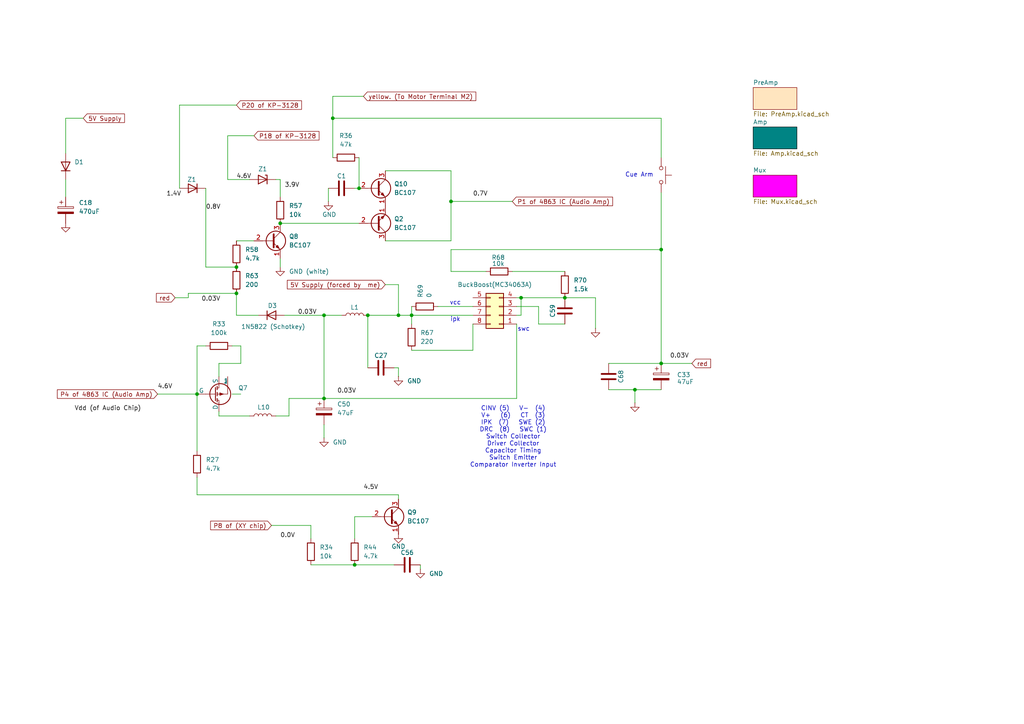
<source format=kicad_sch>
(kicad_sch (version 20250114) (generator "eeschema") (generator_version "9.0")
  (paper "A4")
  (title_block (title "TurnTable"))
  (lib_symbols
    (symbol "Connector_Generic:Conn_02x04_Counter_Clockwise" (pin_names (offset 1.016) (hide yes))
      (property "Reference" "J" (at 1.27 5.08 0))
      (property "Value" "Conn_02x04_Counter_Clockwise" (at 1.27 -7.62 0))
      (symbol "Conn_02x04_Counter_Clockwise_1_1"
        (rectangle (start -1.27 3.81) (end 3.81 -6.35) (stroke (width 0.254)) (fill (type background)))
        (rectangle (start -1.27 2.667) (end 0 2.413) (stroke (width 0.1524)))
        (rectangle (start -1.27 0.127) (end 0 -0.127) (stroke (width 0.1524)))
        (rectangle (start -1.27 -2.413) (end 0 -2.667) (stroke (width 0.1524)))
        (rectangle (start -1.27 -4.953) (end 0 -5.207) (stroke (width 0.1524)))
        (rectangle (start 3.81 2.667) (end 2.54 2.413) (stroke (width 0.1524)))
        (rectangle (start 3.81 0.127) (end 2.54 -0.127) (stroke (width 0.1524)))
        (rectangle (start 3.81 -2.413) (end 2.54 -2.667) (stroke (width 0.1524)))
        (rectangle (start 3.81 -4.953) (end 2.54 -5.207) (stroke (width 0.1524)))
        (pin passive line (at -5.08 2.54 0) (length 3.81) (name "Pin_1") (number "1"))
        (pin passive line (at -5.08 0 0) (length 3.81) (name "Pin_2") (number "2"))
        (pin passive line (at -5.08 -2.54 0) (length 3.81) (name "Pin_3") (number "3"))
        (pin passive line (at -5.08 -5.08 0) (length 3.81) (name "Pin_4") (number "4"))
        (pin passive line (at 7.62 2.54 180) (length 3.81) (name "Pin_8") (number "8"))
        (pin passive line (at 7.62 0 180) (length 3.81) (name "Pin_7") (number "7"))
        (pin passive line (at 7.62 -2.54 180) (length 3.81) (name "Pin_6") (number "6"))
        (pin passive line (at 7.62 -5.08 180) (length 3.81) (name "Pin_5") (number "5"))
      )
    )
    (symbol "Device:C" (pin_numbers (hide yes)) (pin_names (offset 0.254))
      (property "Reference" "C" (at 0.635 2.54 0))
      (property "Value" "C" (at 0.635 -2.54 0))
      (symbol "C_0_1"
        (polyline (pts (xy -2.032 0.762) (xy 2.032 0.762)) (stroke (width 0.508)))
        (polyline (pts (xy -2.032 -0.762) (xy 2.032 -0.762)) (stroke (width 0.508)))
      )
      (symbol "C_1_1"
        (pin passive line (at 0 3.81 270) (length 2.794) (name "~") (number "1"))
        (pin passive line (at 0 -3.81 90) (length 2.794) (name "~") (number "2"))
      )
    )
    (symbol "Device:C_Polarized" (pin_numbers (hide yes)) (pin_names (offset 0.254))
      (property "Reference" "C" (at 0.635 2.54 0))
      (property "Value" "C_Polarized" (at 0.635 -2.54 0))
      (symbol "C_Polarized_0_1"
        (rectangle (start -2.286 0.508) (end 2.286 1.016))
        (polyline (pts (xy -1.778 2.286) (xy -0.762 2.286)))
        (polyline (pts (xy -1.27 2.794) (xy -1.27 1.778)))
        (rectangle (start 2.286 -0.508) (end -2.286 -1.016) (fill (type outline)))
      )
      (symbol "C_Polarized_1_1"
        (pin passive line (at 0 3.81 270) (length 2.794) (name "~") (number "1"))
        (pin passive line (at 0 -3.81 90) (length 2.794) (name "~") (number "2"))
      )
    )
    (symbol "Device:D" (pin_numbers (hide yes)) (pin_names (offset 1.016) (hide yes))
      (property "Reference" "D" (at 0 2.54 0))
      (property "Value" "D" (at 0 -2.54 0))
      (symbol "D_0_1"
        (polyline (pts (xy -1.27 1.27) (xy -1.27 -1.27)) (stroke (width 0.254)))
        (polyline (pts (xy 1.27 1.27) (xy 1.27 -1.27) (xy -1.27 0) (xy 1.27 1.27)) (stroke (width 0.254)))
        (polyline (pts (xy 1.27 0) (xy -1.27 0)))
      )
      (symbol "D_1_1"
        (pin passive line (at -3.81 0 0) (length 2.54) (name "K") (number "1"))
        (pin passive line (at 3.81 0 180) (length 2.54) (name "A") (number "2"))
      )
    )
    (symbol "Device:D_Zener" (pin_numbers (hide yes)) (pin_names (offset 1.016) (hide yes))
      (property "Reference" "D" (at 0 2.54 0))
      (property "Value" "D_Zener" (at 0 -2.54 0))
      (symbol "D_Zener_0_1"
        (polyline (pts (xy -1.27 -1.27) (xy -1.27 1.27) (xy -0.762 1.27)) (stroke (width 0.254)))
        (polyline (pts (xy 1.27 0) (xy -1.27 0)))
        (polyline (pts (xy 1.27 -1.27) (xy 1.27 1.27) (xy -1.27 0) (xy 1.27 -1.27)) (stroke (width 0.254)))
      )
      (symbol "D_Zener_1_1"
        (pin passive line (at -3.81 0 0) (length 2.54) (name "K") (number "1"))
        (pin passive line (at 3.81 0 180) (length 2.54) (name "A") (number "2"))
      )
    )
    (symbol "Device:L" (pin_numbers (hide yes)) (pin_names (offset 1.016) (hide yes))
      (property "Reference" "L" (at -1.27 0 90))
      (property "Value" "L" (at 1.905 0 90))
      (symbol "L_0_1"
        (arc (start 0 2.54) (mid 0.6323 1.905) (end 0 1.27))
        (arc (start 0 1.27) (mid 0.6323 0.635) (end 0 0))
        (arc (start 0 0) (mid 0.6323 -0.635) (end 0 -1.27))
        (arc (start 0 -1.27) (mid 0.6323 -1.905) (end 0 -2.54))
      )
      (symbol "L_1_1"
        (pin passive line (at 0 3.81 270) (length 1.27) (name "1") (number "1"))
        (pin passive line (at 0 -3.81 90) (length 1.27) (name "2") (number "2"))
      )
    )
    (symbol "Device:R" (pin_numbers (hide yes)) (pin_names (offset 0))
      (property "Reference" "R" (at 2.032 0 90))
      (property "Value" "R" (at 0 0 90))
      (symbol "R_0_1"
        (rectangle (start -1.016 -2.54) (end 1.016 2.54) (stroke (width 0.254)))
      )
      (symbol "R_1_1"
        (pin passive line (at 0 3.81 270) (length 1.27) (name "~") (number "1"))
        (pin passive line (at 0 -3.81 90) (length 1.27) (name "~") (number "2"))
      )
    )
    (symbol "Simulation_SPICE:PMOS_Substrate" (pin_numbers (hide yes)) (pin_names (offset 0))
      (property "Reference" "Q" (at 6.35 1.27 0))
      (property "Value" "PMOS_Substrate" (at 6.35 -1.27 0))
      (symbol "PMOS_Substrate_0_1"
        (polyline (pts (xy 1.524 1.905) (xy 1.524 -1.905)) (stroke (width 0.254)))
        (polyline (pts (xy 1.524 0) (xy -1.27 0)))
        (polyline (pts (xy 2.032 2.286) (xy 2.032 1.27)) (stroke (width 0.254)))
        (polyline (pts (xy 2.032 1.778) (xy 2.54 1.778) (xy 2.54 2.54)))
        (polyline (pts (xy 2.032 0.508) (xy 2.032 -0.508)) (stroke (width 0.254)))
        (polyline (pts (xy 2.032 -1.27) (xy 2.032 -2.286)) (stroke (width 0.254)))
        (polyline (pts (xy 2.54 -2.54) (xy 2.54 -1.778) (xy 2.032 -1.778)))
        (circle (center 2.921 0) (radius 3.0294) (stroke (width 0.254)))
        (polyline (pts (xy 3.81 0) (xy 2.794 0.381) (xy 2.794 -0.381) (xy 3.81 0)) (fill (type outline)))
        (polyline (pts (xy 5.08 -2.54) (xy 5.08 0) (xy 2.032 0)))
      )
      (symbol "PMOS_Substrate_1_1"
        (pin input line (at -3.81 0 0) (length 2.54) (name "G") (number "2"))
        (pin passive line (at 2.54 5.08 270) (length 2.54) (name "D") (number "1"))
        (pin passive line (at 2.54 -5.08 90) (length 2.54) (name "S") (number "3"))
        (pin input line (at 5.08 -5.08 90) (length 2.54) (name "Bulk") (number "4"))
      )
    )
    (symbol "Switch:SW_Push" (pin_numbers (hide yes)) (pin_names (offset 1.016) (hide yes))
      (property "Reference" "SW" (at 1.27 2.54 0))
      (property "Value" "SW_Push" (at 0 -1.524 0))
      (symbol "SW_Push_0_1"
        (circle (center -2.032 0) (radius 0.508))
        (polyline (pts (xy 0 1.27) (xy 0 3.048)))
        (circle (center 2.032 0) (radius 0.508))
        (polyline (pts (xy 2.54 1.27) (xy -2.54 1.27)))
        (pin passive line (at -5.08 0 0) (length 2.54) (name "1") (number "1"))
        (pin passive line (at 5.08 0 180) (length 2.54) (name "2") (number "2"))
      )
    )
    (symbol "Transistor_BJT:BC107" (pin_names (offset 0) (hide yes))
      (property "Reference" "Q" (at 5.08 1.905 0))
      (property "Value" "BC107" (at 5.08 0 0))
      (symbol "BC107_0_1"
        (polyline (pts (xy -2.54 0) (xy 0.635 0)))
        (polyline (pts (xy 0.635 1.905) (xy 0.635 -1.905)) (stroke (width 0.508)))
        (circle (center 1.27 0) (radius 2.8194) (stroke (width 0.254)))
      )
      (symbol "BC107_1_1"
        (polyline (pts (xy 0.635 0.635) (xy 2.54 2.54)))
        (polyline (pts (xy 0.635 -0.635) (xy 2.54 -2.54)))
        (polyline (pts (xy 1.27 -1.778) (xy 1.778 -1.27) (xy 2.286 -2.286) (xy 1.27 -1.778)) (fill (type outline)))
        (pin input line (at -5.08 0 0) (length 2.54) (name "B") (number "2"))
        (pin passive line (at 2.54 5.08 270) (length 2.54) (name "C") (number "3"))
        (pin passive line (at 2.54 -5.08 90) (length 2.54) (name "E") (number "1"))
      )
    )
    (symbol "power:GND" (power) (pin_numbers (hide yes)) (pin_names (offset 0) (hide yes))
      (property "Value" "GND" (at 0 -3.81 0))
      (symbol "GND_0_1"
        (polyline (pts (xy 0 0) (xy 0 -1.27) (xy 1.27 -1.27) (xy 0 -2.54) (xy -1.27 -1.27) (xy 0 -1.27)))
      )
      (symbol "GND_1_1"
        (pin power_in line (at 0 0 270) (length 0) (name "~") (number "1"))
      )
    )
  )
  (text "vcc" (at 132.08 87.884 0) (effects (font (size 1.27 1.27))))
  (text "Cue Arm" (at 185.42 50.8 0) (effects (font (size 1.27 1.27))))
  (text "ipk" (at 132.08 92.71 0) (effects (font (size 1.27 1.27))))
  (text "swc" (at 151.892 95.504 0) (effects (font (size 1.27 1.27))))
  (text "CINV (5)   V-  (4)\nV+   (6)   CT  (3)\nIPK  (7)   SWE (2)\nDRC  (8)   SWC (1)\nSwitch Collector\nDriver Collector\nCapacitor Timing\nSwitch Emitter\nComparator Inverter Input" (at 148.844 126.746 0) (effects (font (size 1.27 1.27))))
  (junction (at 106.68 91.44))
  (junction (at 104.14 54.61))
  (junction (at 119.38 91.44))
  (junction (at 102.87 163.83))
  (junction (at 68.58 77.47))
  (junction (at 93.98 91.44))
  (junction (at 93.98 115.57))
  (junction (at 163.83 86.36))
  (junction (at 68.58 85.09))
  (junction (at 81.28 64.77))
  (junction (at 57.15 114.3))
  (junction (at 151.13 86.36))
  (junction (at 191.77 105.41))
  (junction (at 96.52 34.29))
  (junction (at 115.57 91.44))
  (junction (at 184.15 113.03))
  (junction (at 130.81 58.42))
  (junction (at 191.77 72.39))
  (wire (pts (xy 191.77 34.29) (xy 191.77 45.72)))
  (wire (pts (xy 96.52 27.94) (xy 105.41 27.94)))
  (wire (pts (xy 52.07 54.61) (xy 52.07 30.48)))
  (wire (pts (xy 63.5 119.38) (xy 63.5 120.65)))
  (wire (pts (xy 127 88.9) (xy 137.16 88.9)))
  (wire (pts (xy 59.69 77.47) (xy 68.58 77.47)))
  (wire (pts (xy 50.8 86.36) (xy 54.61 86.36)))
  (wire (pts (xy 57.15 143.51) (xy 115.57 143.51)))
  (wire (pts (xy 104.14 45.72) (xy 104.14 54.61)))
  (wire (pts (xy 66.04 39.37) (xy 66.04 52.07)))
  (wire (pts (xy 57.15 143.51) (xy 57.15 138.43)))
  (wire (pts (xy 54.61 86.36) (xy 54.61 85.09)))
  (wire (pts (xy 57.15 100.33) (xy 59.69 100.33)))
  (wire (pts (xy 184.15 113.03) (xy 191.77 113.03)))
  (wire (pts (xy 93.98 123.19) (xy 93.98 127)))
  (wire (pts (xy 90.17 163.83) (xy 102.87 163.83)))
  (wire (pts (xy 172.72 86.36) (xy 163.83 86.36)))
  (wire (pts (xy 102.87 163.83) (xy 114.3 163.83)))
  (wire (pts (xy 106.68 91.44) (xy 115.57 91.44)))
  (wire (pts (xy 172.72 95.25) (xy 172.72 86.36)))
  (wire (pts (xy 80.01 120.65) (xy 83.82 120.65)))
  (wire (pts (xy 111.76 49.53) (xy 130.81 49.53)))
  (wire (pts (xy 130.81 58.42) (xy 130.81 69.85)))
  (wire (pts (xy 81.28 64.77) (xy 104.14 64.77)))
  (wire (pts (xy 54.61 85.09) (xy 68.58 85.09)))
  (wire (pts (xy 115.57 91.44) (xy 119.38 91.44)))
  (wire (pts (xy 78.74 152.4) (xy 90.17 152.4)))
  (wire (pts (xy 93.98 115.57) (xy 149.86 115.57)))
  (wire (pts (xy 59.69 54.61) (xy 59.69 77.47)))
  (wire (pts (xy 68.58 91.44) (xy 74.93 91.44)))
  (wire (pts (xy 130.81 69.85) (xy 111.76 69.85)))
  (wire (pts (xy 156.21 88.9) (xy 156.21 93.98)))
  (wire (pts (xy 130.81 72.39) (xy 191.77 72.39)))
  (wire (pts (xy 57.15 114.3) (xy 57.15 130.81)))
  (wire (pts (xy 80.01 52.07) (xy 81.28 52.07)))
  (wire (pts (xy 93.98 91.44) (xy 82.55 91.44)))
  (wire (pts (xy 176.53 105.41) (xy 191.77 105.41)))
  (wire (pts (xy 130.81 58.42) (xy 148.59 58.42)))
  (wire (pts (xy 96.52 34.29) (xy 191.77 34.29)))
  (wire (pts (xy 19.05 34.29) (xy 19.05 44.45)))
  (wire (pts (xy 63.5 120.65) (xy 72.39 120.65)))
  (wire (pts (xy 130.81 49.53) (xy 130.81 58.42)))
  (wire (pts (xy 106.68 106.68) (xy 106.68 91.44)))
  (wire (pts (xy 137.16 101.6) (xy 119.38 101.6)))
  (wire (pts (xy 148.59 78.74) (xy 163.83 78.74)))
  (wire (pts (xy 96.52 45.72) (xy 96.52 34.29)))
  (wire (pts (xy 90.17 156.21) (xy 90.17 152.4)))
  (wire (pts (xy 191.77 105.41) (xy 200.66 105.41)))
  (wire (pts (xy 119.38 93.98) (xy 119.38 91.44)))
  (wire (pts (xy 137.16 93.98) (xy 137.16 101.6)))
  (wire (pts (xy 45.72 114.3) (xy 57.15 114.3)))
  (wire (pts (xy 66.04 39.37) (xy 73.66 39.37)))
  (wire (pts (xy 191.77 55.88) (xy 191.77 72.39)))
  (wire (pts (xy 111.76 82.55) (xy 115.57 82.55)))
  (wire (pts (xy 149.86 88.9) (xy 156.21 88.9)))
  (wire (pts (xy 130.81 78.74) (xy 130.81 72.39)))
  (wire (pts (xy 115.57 143.51) (xy 115.57 144.78)))
  (wire (pts (xy 114.3 106.68) (xy 115.57 106.68)))
  (wire (pts (xy 191.77 72.39) (xy 191.77 105.41)))
  (wire (pts (xy 67.31 114.3) (xy 69.85 114.3)))
  (wire (pts (xy 115.57 106.68) (xy 115.57 109.22)))
  (wire (pts (xy 19.05 52.07) (xy 19.05 57.15)))
  (wire (pts (xy 57.15 114.3) (xy 57.15 100.33)))
  (wire (pts (xy 81.28 52.07) (xy 81.28 57.15)))
  (wire (pts (xy 66.04 52.07) (xy 72.39 52.07)))
  (wire (pts (xy 52.07 30.48) (xy 68.58 30.48)))
  (wire (pts (xy 121.92 163.83) (xy 121.92 165.1)))
  (wire (pts (xy 115.57 82.55) (xy 115.57 91.44)))
  (wire (pts (xy 184.15 113.03) (xy 184.15 116.84)))
  (wire (pts (xy 95.25 54.61) (xy 95.25 58.42)))
  (wire (pts (xy 151.13 91.44) (xy 151.13 86.36)))
  (wire (pts (xy 83.82 115.57) (xy 93.98 115.57)))
  (wire (pts (xy 69.85 105.41) (xy 69.85 100.33)))
  (wire (pts (xy 149.86 86.36) (xy 151.13 86.36)))
  (wire (pts (xy 176.53 113.03) (xy 184.15 113.03)))
  (wire (pts (xy 68.58 69.85) (xy 73.66 69.85)))
  (wire (pts (xy 81.28 74.93) (xy 81.28 77.47)))
  (wire (pts (xy 104.14 54.61) (xy 102.87 54.61)))
  (wire (pts (xy 83.82 120.65) (xy 83.82 115.57)))
  (wire (pts (xy 63.5 105.41) (xy 69.85 105.41)))
  (wire (pts (xy 151.13 86.36) (xy 163.83 86.36)))
  (wire (pts (xy 102.87 149.86) (xy 102.87 156.21)))
  (wire (pts (xy 149.86 93.98) (xy 149.86 115.57)))
  (wire (pts (xy 68.58 85.09) (xy 68.58 91.44)))
  (wire (pts (xy 107.95 149.86) (xy 102.87 149.86)))
  (wire (pts (xy 119.38 88.9) (xy 119.38 91.44)))
  (wire (pts (xy 99.06 91.44) (xy 93.98 91.44)))
  (wire (pts (xy 63.5 109.22) (xy 63.5 105.41)))
  (wire (pts (xy 156.21 93.98) (xy 163.83 93.98)))
  (wire (pts (xy 93.98 91.44) (xy 93.98 115.57)))
  (wire (pts (xy 119.38 91.44) (xy 137.16 91.44)))
  (wire (pts (xy 130.81 78.74) (xy 140.97 78.74)))
  (wire (pts (xy 69.85 100.33) (xy 67.31 100.33)))
  (wire (pts (xy 149.86 91.44) (xy 151.13 91.44)))
  (wire (pts (xy 24.13 34.29) (xy 19.05 34.29)))
  (wire (pts (xy 96.52 34.29) (xy 96.52 27.94)))
  (label "3.9V" (at 82.55 54.61 0))
  (label "0.8V" (at 59.69 60.96 0))
  (label "0.7V" (at 137.16 57.15 0))
  (label "1.4V" (at 48.26 57.15 0))
  (label "0.03V" (at 97.79 114.3 0))
  (label "0.03V" (at 58.42 87.63 0))
  (label "Vdd (of Audio Chip)" (at 21.59 119.38 0))
  (label "4.5V" (at 105.41 142.24 0))
  (label "0.03V" (at 194.31 104.14 0))
  (label "4.6V" (at 68.58 52.07 0))
  (label "0.03V" (at 86.36 91.44 0))
  (label "0.0V" (at 81.28 156.21 0))
  (label "4.6V" (at 45.72 113.03 0))
  (global_label "P4 of 4863 IC (Audio Amp)" (shape input) (at 45.72 114.3 180) (property "Intersheetrefs" "${INTERSHEET_REFS}" (effects (hide yes))))
  (global_label "P18 of KP-3128" (shape input) (at 73.66 39.37 0) (property "Intersheetrefs" "${INTERSHEET_REFS}" (effects (hide yes))))
  (global_label "P8 of (XY chip)" (shape input) (at 78.74 152.4 180) (property "Intersheetrefs" "${INTERSHEET_REFS}" (effects (hide yes))))
  (global_label "red" (shape input) (at 50.8 86.36 180) (property "Intersheetrefs" "${INTERSHEET_REFS}" (effects (hide yes))))
  (global_label "red" (shape input) (at 200.66 105.41 0) (property "Intersheetrefs" "${INTERSHEET_REFS}" (effects (hide yes))))
  (global_label "yellow. (To Motor Terminal M2)" (shape input) (at 105.41 27.94 0) (property "Intersheetrefs" "${INTERSHEET_REFS}" (effects (hide yes))))
  (global_label "P20 of KP-3128" (shape input) (at 68.58 30.48 0) (property "Intersheetrefs" "${INTERSHEET_REFS}" (effects (hide yes))))
  (global_label "5V Supply (forced by  me)" (shape input) (at 111.76 82.55 180) (property "Intersheetrefs" "${INTERSHEET_REFS}" (effects (hide yes))))
  (global_label "5V Supply" (shape input) (at 24.13 34.29 0) (property "Intersheetrefs" "${INTERSHEET_REFS}" (effects (hide yes))))
  (global_label "P1 of 4863 IC (Audio Amp)" (shape input) (at 148.59 58.42 0) (property "Intersheetrefs" "${INTERSHEET_REFS}" (effects (hide yes))))
  (symbol (lib_id "Simulation_SPICE:PMOS_Substrate") (at 60.96 114.3 0) (mirror x) (unit 1)
    (property "Reference" "Q7" (at 69.088 112.522 0) (effects (justify left)))
    (property "Value" "PMOS_Substrate" (effects (hide yes)))
    (property "Datasheet" "https://ngspice.sourceforge.io/docs/ngspice-html-manual/manual.xhtml#cha_MOSFETs" (effects (hide yes)))
    (property "Description" "P-channel MOSFET symbol with substrate (bulk) pin" (effects (hide yes)))
    (property "Sim.Device" "PMOS" (effects (hide yes)))
    (property "Sim.Type" "MOS1" (effects (hide yes)))
    (property "Sim.Pins" "1=D 2=G 3=S 4=B" (effects (hide yes)))
  )
  (symbol (lib_id "Device:R") (at 144.78 78.74 270) (unit 1)
    (property "Reference" "R68" (at 144.526 74.676 90))
    (property "Value" "10k" (at 144.526 76.454 90))
    (property "Description" "Resistor" (effects (hide yes)))
  )
  (symbol (lib_id "power:GND") (at 95.25 58.42 0) (unit 1)
    (property "Reference" "#PWR03" (effects (hide yes)))
    (property "Value" "GND" (at 95.504 62.23 0))
    (property "Description" "Power symbol creates a global label with name \"GND\" , ground" (effects (hide yes)))
  )
  (symbol (lib_id "Device:R") (at 68.58 73.66 0) (unit 1)
    (property "Reference" "R58" (at 71.12 72.3899 0) (effects (justify left)))
    (property "Value" "4.7k" (at 71.12 74.9299 0) (effects (justify left)))
    (property "Description" "Resistor" (effects (hide yes)))
  )
  (symbol (lib_id "Device:R") (at 57.15 134.62 180) (unit 1)
    (property "Reference" "R27" (at 59.69 133.3499 0) (effects (justify right)))
    (property "Value" "4.7k" (at 59.69 135.8899 0) (effects (justify right)))
    (property "Description" "Resistor" (effects (hide yes)))
  )
  (symbol (lib_id "Device:R") (at 63.5 100.33 90) (unit 1)
    (property "Reference" "R33" (at 63.5 93.98 90))
    (property "Value" "100k" (at 63.5 96.52 90))
    (property "Description" "Resistor" (effects (hide yes)))
  )
  (symbol (lib_id "Device:C") (at 110.49 106.68 90) (unit 1)
    (property "Reference" "C27" (at 110.49 103.124 90))
    (property "Value" "C" (effects (hide yes)))
    (property "Description" "Unpolarized capacitor" (effects (hide yes)))
  )
  (symbol (lib_id "Device:R") (at 123.19 88.9 90) (unit 1)
    (property "Reference" "R69" (at 121.9199 86.36 0) (effects (justify left)))
    (property "Value" "0" (at 124.4599 86.36 0) (effects (justify left)))
    (property "Description" "Resistor" (effects (hide yes)))
  )
  (symbol (lib_id "Transistor_BJT:BC107") (at 109.22 64.77 0) (mirror x) (unit 1)
    (property "Reference" "Q2" (at 114.3 63.4999 0) (effects (justify left)))
    (property "Value" "BC107" (at 114.3 66.0399 0) (effects (justify left)))
    (property "Footprint" "Package_TO_SOT_THT:TO-18-3" (effects (hide yes)))
    (property "Datasheet" "http://www.b-kainka.de/Daten/Transistor/BC108.pdf" (effects (hide yes)))
    (property "Description" "0.1A Ic, 50V Vce, Low Noise General Purpose NPN Transistor, TO-18" (effects (hide yes)))
  )
  (symbol (lib_id "Device:D") (at 55.88 54.61 180) (unit 1)
    (property "Reference" "Z1" (at 55.626 52.07 0))
    (property "Value" "D" (effects (hide yes)))
    (property "Description" "Diode" (effects (hide yes)))
    (property "Sim.Device" "D" (effects (hide yes)))
    (property "Sim.Pins" "1=K 2=A" (effects (hide yes)))
  )
  (symbol (lib_id "Device:D") (at 19.05 48.26 90) (unit 1)
    (property "Reference" "D1" (at 21.59 46.9899 90) (effects (justify right)))
    (property "Value" "D" (effects (hide yes)))
    (property "Description" "Diode" (effects (hide yes)))
    (property "Sim.Device" "D" (effects (hide yes)))
    (property "Sim.Pins" "1=K 2=A" (effects (hide yes)))
  )
  (symbol (lib_id "Device:L") (at 76.2 120.65 90) (unit 1)
    (property "Reference" "L10" (at 76.454 118.11 90))
    (property "Value" "L" (effects (hide yes)))
    (property "Description" "Inductor" (effects (hide yes)))
  )
  (symbol (lib_id "Device:R") (at 102.87 160.02 180) (unit 1)
    (property "Reference" "R44" (at 105.41 158.7499 0) (effects (justify right)))
    (property "Value" "4.7k" (at 105.41 161.2899 0) (effects (justify right)))
    (property "Description" "Resistor" (effects (hide yes)))
  )
  (symbol (lib_id "Device:D") (at 78.74 91.44 0) (unit 1)
    (property "Reference" "D3" (at 78.994 88.646 0))
    (property "Value" "1N5822 (Schotkey)" (at 79.248 94.742 0))
    (property "Description" "Diode" (effects (hide yes)))
    (property "Sim.Device" "D" (effects (hide yes)))
    (property "Sim.Pins" "1=K 2=A" (effects (hide yes)))
  )
  (symbol (lib_id "power:GND") (at 121.92 165.1 0) (unit 1)
    (property "Reference" "#PWR06" (effects (hide yes)))
    (property "Value" "GND" (at 124.46 166.3699 0) (effects (justify left)))
    (property "Description" "Power symbol creates a global label with name \"GND\" , ground" (effects (hide yes)))
  )
  (symbol (lib_id "Device:R") (at 68.58 81.28 0) (unit 1)
    (property "Reference" "R63" (at 71.12 80.0099 0) (effects (justify left)))
    (property "Value" "200" (at 71.12 82.5499 0) (effects (justify left)))
    (property "Description" "Resistor" (effects (hide yes)))
  )
  (symbol (lib_id "Transistor_BJT:BC107") (at 78.74 69.85 0) (unit 1)
    (property "Reference" "Q8" (at 83.82 68.5799 0) (effects (justify left)))
    (property "Value" "BC107" (at 83.82 71.1199 0) (effects (justify left)))
    (property "Footprint" "Package_TO_SOT_THT:TO-18-3" (effects (hide yes)))
    (property "Datasheet" "http://www.b-kainka.de/Daten/Transistor/BC108.pdf" (effects (hide yes)))
    (property "Description" "0.1A Ic, 50V Vce, Low Noise General Purpose NPN Transistor, TO-18" (effects (hide yes)))
  )
  (symbol (lib_id "Device:C") (at 163.83 90.17 180) (unit 1)
    (property "Reference" "C59" (at 160.274 90.17 90))
    (property "Value" "C" (effects (hide yes)))
    (property "Description" "Unpolarized capacitor" (effects (hide yes)))
  )
  (symbol (lib_id "power:GND") (at 172.72 95.25 0) (unit 1)
    (property "Reference" "#PWR01" (effects (hide yes)))
    (property "Value" "GND (white)" (effects (hide yes)))
    (property "Description" "Power symbol creates a global label with name \"GND\" , ground" (effects (hide yes)))
  )
  (symbol (lib_id "power:GND") (at 184.15 116.84 0) (unit 1)
    (property "Reference" "#PWR05" (effects (hide yes)))
    (property "Value" "GND (white)" (effects (hide yes)))
    (property "Description" "Power symbol creates a global label with name \"GND\" , ground" (effects (hide yes)))
  )
  (symbol (lib_id "Device:L") (at 102.87 91.44 90) (unit 1)
    (property "Reference" "L1" (at 102.87 89.154 90))
    (property "Value" "L" (effects (hide yes)))
    (property "Description" "Inductor" (effects (hide yes)))
  )
  (symbol (lib_id "Device:C_Polarized") (at 19.05 60.96 0) (unit 1)
    (property "Reference" "C18" (at 22.86 58.8009 0) (effects (justify left)))
    (property "Value" "470uF" (at 22.86 61.3409 0) (effects (justify left)))
    (property "Description" "Polarized capacitor" (effects (hide yes)))
  )
  (symbol (lib_id "Transistor_BJT:BC107") (at 109.22 54.61 0) (unit 1)
    (property "Reference" "Q10" (at 114.3 53.3399 0) (effects (justify left)))
    (property "Value" "BC107" (at 114.3 55.8799 0) (effects (justify left)))
    (property "Footprint" "Package_TO_SOT_THT:TO-18-3" (effects (hide yes)))
    (property "Datasheet" "http://www.b-kainka.de/Daten/Transistor/BC108.pdf" (effects (hide yes)))
    (property "Description" "0.1A Ic, 50V Vce, Low Noise General Purpose NPN Transistor, TO-18" (effects (hide yes)))
  )
  (symbol (lib_id "Device:C_Polarized") (at 93.98 119.38 0) (unit 1)
    (property "Reference" "C50" (at 97.79 117.2209 0) (effects (justify left)))
    (property "Value" "47uF" (at 97.79 119.7609 0) (effects (justify left)))
    (property "Description" "Polarized capacitor" (effects (hide yes)))
  )
  (symbol (lib_id "Connector_Generic:Conn_02x04_Counter_Clockwise") (at 144.78 91.44 180) (unit 1)
    (property "Reference" "BuckBoost(MC34063A)" (at 143.51 82.55 0))
    (property "Value" "Conn_02x04_Counter_Clockwise" (effects (hide yes)))
    (property "Description" "Generic connector, double row, 02x04, counter clockwise pin numbering scheme (similar to DIP package numbering), script generated (kicad-library-utils/schlib/autogen/connector/)" (effects (hide yes)))
  )
  (symbol (lib_id "Device:R") (at 90.17 160.02 180) (unit 1)
    (property "Reference" "R34" (at 92.71 158.7499 0) (effects (justify right)))
    (property "Value" "10k" (at 92.71 161.2899 0) (effects (justify right)))
    (property "Description" "Resistor" (effects (hide yes)))
  )
  (symbol (lib_id "Transistor_BJT:BC107") (at 113.03 149.86 0) (unit 1)
    (property "Reference" "Q9" (at 118.11 148.5899 0) (effects (justify left)))
    (property "Value" "BC107" (at 118.11 151.1299 0) (effects (justify left)))
    (property "Footprint" "Package_TO_SOT_THT:TO-18-3" (effects (hide yes)))
    (property "Datasheet" "http://www.b-kainka.de/Daten/Transistor/BC108.pdf" (effects (hide yes)))
    (property "Description" "0.1A Ic, 50V Vce, Low Noise General Purpose NPN Transistor, TO-18" (effects (hide yes)))
  )
  (symbol (lib_id "Device:C_Polarized") (at 191.77 109.22 0) (unit 1)
    (property "Reference" "C33" (at 196.342 108.712 0) (effects (justify left)))
    (property "Value" "47uF" (at 196.342 110.744 0) (effects (justify left)))
    (property "Description" "Polarized capacitor" (effects (hide yes)))
  )
  (symbol (lib_id "power:GND") (at 115.57 154.94 0) (unit 1)
    (property "Reference" "#PWR07" (effects (hide yes)))
    (property "Value" "GND" (at 115.57 158.496 0))
    (property "Description" "Power symbol creates a global label with name \"GND\" , ground" (effects (hide yes)))
  )
  (symbol (lib_id "Device:R") (at 100.33 45.72 90) (unit 1)
    (property "Reference" "R36" (at 100.33 39.37 90))
    (property "Value" "47k" (at 100.33 41.91 90))
    (property "Description" "Resistor" (effects (hide yes)))
  )
  (symbol (lib_id "Device:C") (at 176.53 109.22 0) (unit 1)
    (property "Reference" "C68" (at 180.086 109.22 90))
    (property "Value" "C" (effects (hide yes)))
    (property "Description" "Unpolarized capacitor" (effects (hide yes)))
  )
  (symbol (lib_id "power:GND") (at 115.57 109.22 0) (unit 1)
    (property "Reference" "#PWR04" (effects (hide yes)))
    (property "Value" "GND" (at 118.11 110.4899 0) (effects (justify left)))
    (property "Description" "Power symbol creates a global label with name \"GND\" , ground" (effects (hide yes)))
  )
  (symbol (lib_id "Device:C") (at 118.11 163.83 90) (unit 1)
    (property "Reference" "C56" (at 118.11 160.274 90))
    (property "Value" "C" (effects (hide yes)))
    (property "Description" "Unpolarized capacitor" (effects (hide yes)))
  )
  (symbol (lib_id "Device:R") (at 81.28 60.96 0) (unit 1)
    (property "Reference" "R57" (at 83.82 59.6899 0) (effects (justify left)))
    (property "Value" "10k" (at 83.82 62.2299 0) (effects (justify left)))
    (property "Description" "Resistor" (effects (hide yes)))
  )
  (symbol (lib_id "power:GND") (at 19.05 64.77 0) (unit 1)
    (property "Reference" "#PWR041" (effects (hide yes)))
    (property "Value" "GND" (effects (hide yes)))
    (property "Description" "Power symbol creates a global label with name \"GND\" , ground" (effects (hide yes)))
  )
  (symbol (lib_id "Switch:SW_Push") (at 191.77 50.8 270) (unit 1)
    (property "Reference" "SW2" (effects (hide yes)))
    (property "Value" "SW_Push" (effects (hide yes)))
    (property "Description" "Push button switch, generic, two pins" (effects (hide yes)))
  )
  (symbol (lib_id "Device:R") (at 163.83 82.55 180) (unit 1)
    (property "Reference" "R70" (at 166.37 81.2799 0) (effects (justify right)))
    (property "Value" "1.5k" (at 166.37 83.8199 0) (effects (justify right)))
    (property "Description" "Resistor" (effects (hide yes)))
  )
  (symbol (lib_id "Device:D_Zener") (at 76.2 52.07 0) (mirror y) (unit 1)
    (property "Reference" "Z1" (at 76.2 49.022 0))
    (property "Value" "D_Zener" (effects (hide yes)))
    (property "Description" "Zener diode" (effects (hide yes)))
  )
  (symbol (lib_id "power:GND") (at 81.28 77.47 0) (unit 1)
    (property "Reference" "#PWR02" (effects (hide yes)))
    (property "Value" "GND (white)" (at 83.82 78.7399 0) (effects (justify left)))
    (property "Description" "Power symbol creates a global label with name \"GND\" , ground" (effects (hide yes)))
  )
  (symbol (lib_id "power:GND") (at 93.98 127 0) (unit 1)
    (property "Reference" "#PWR08" (effects (hide yes)))
    (property "Value" "GND" (at 96.52 128.2699 0) (effects (justify left)))
    (property "Description" "Power symbol creates a global label with name \"GND\" , ground" (effects (hide yes)))
  )
  (symbol (lib_id "Device:R") (at 119.38 97.79 180) (unit 1)
    (property "Reference" "R67" (at 121.92 96.5199 0) (effects (justify right)))
    (property "Value" "220" (at 121.92 99.0599 0) (effects (justify right)))
    (property "Description" "Resistor" (effects (hide yes)))
  )
  (symbol (lib_id "Device:C") (at 99.06 54.61 90) (unit 1)
    (property "Reference" "C1" (at 99.06 51.054 90))
    (property "Value" "C" (effects (hide yes)))
    (property "Description" "Unpolarized capacitor" (effects (hide yes)))
  )
  (sheet (at 218.44 25.4) (size 12.7 6.35) (exclude_from_sim yes) (stroke (width 0.1524)) (fill (color 255 229 191 1.0000))
    (property "Sheetname" "PreAmp" (at 218.44 24.6884 0) (effects (justify left bottom)))
    (property "Sheetfile" "PreAmp.kicad_sch" (at 218.44 32.3346 0) (effects (justify left top)))
  )
  (sheet (at 218.44 50.8) (size 12.7 6.35) (stroke (width 0.1524)) (fill (color 255 0 255 1.0000))
    (property "Sheetname" "Mux" (at 218.44 50.0884 0) (effects (justify left bottom)))
    (property "Sheetfile" "Mux.kicad_sch" (at 218.44 57.7346 0) (effects (justify left top)))
  )
  (sheet (at 218.44 36.83) (size 12.7 6.35) (stroke (width 0.1524) (color 0 0 0 1)) (fill (color 0 132 132 1.0000))
    (property "Sheetname" "Amp" (at 218.44 36.1184 0) (effects (justify left bottom)))
    (property "Sheetfile" "Amp.kicad_sch" (at 218.44 43.7646 0) (effects (justify left top)))
  )
)
</source>
